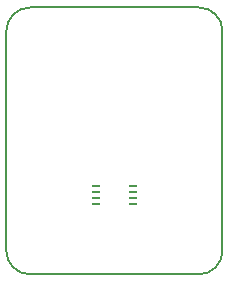
<source format=gbr>
G04 #@! TF.GenerationSoftware,KiCad,Pcbnew,5.0.1-33cea8e~68~ubuntu18.10.1*
G04 #@! TF.CreationDate,2018-12-01T22:17:56+02:00*
G04 #@! TF.ProjectId,BRK-VSSOP-8-2.4x2.1-P0.5,42524B2D5653534F502D382D322E3478,v1.0*
G04 #@! TF.SameCoordinates,Original*
G04 #@! TF.FileFunction,Paste,Top*
G04 #@! TF.FilePolarity,Positive*
%FSLAX46Y46*%
G04 Gerber Fmt 4.6, Leading zero omitted, Abs format (unit mm)*
G04 Created by KiCad (PCBNEW 5.0.1-33cea8e~68~ubuntu18.10.1) date la  1. joulukuuta 2018 22.17.56*
%MOMM*%
%LPD*%
G01*
G04 APERTURE LIST*
%ADD10C,0.150000*%
%ADD11R,0.750000X0.250000*%
G04 APERTURE END LIST*
D10*
X52000000Y-70600000D02*
G75*
G02X50000000Y-68600000I0J2000000D01*
G01*
X68300000Y-68600000D02*
G75*
G02X66300000Y-70600000I-2000000J0D01*
G01*
X66300000Y-48000000D02*
G75*
G02X68300000Y-50000000I0J-2000000D01*
G01*
X50000000Y-50000000D02*
G75*
G02X52000000Y-48000000I2000000J0D01*
G01*
X66300000Y-70600000D02*
X52000000Y-70600000D01*
X68300000Y-50000000D02*
X68300000Y-68600000D01*
X52000000Y-48000000D02*
X66300000Y-48000000D01*
X50000000Y-68600000D02*
X50000000Y-50000000D01*
D11*
G04 #@! TO.C,U1*
X57600000Y-63120000D03*
X57600000Y-63620000D03*
X57600000Y-64120000D03*
X57600000Y-64620000D03*
X60700000Y-64620000D03*
X60700000Y-64120000D03*
X60700000Y-63620000D03*
X60700000Y-63120000D03*
G04 #@! TD*
M02*

</source>
